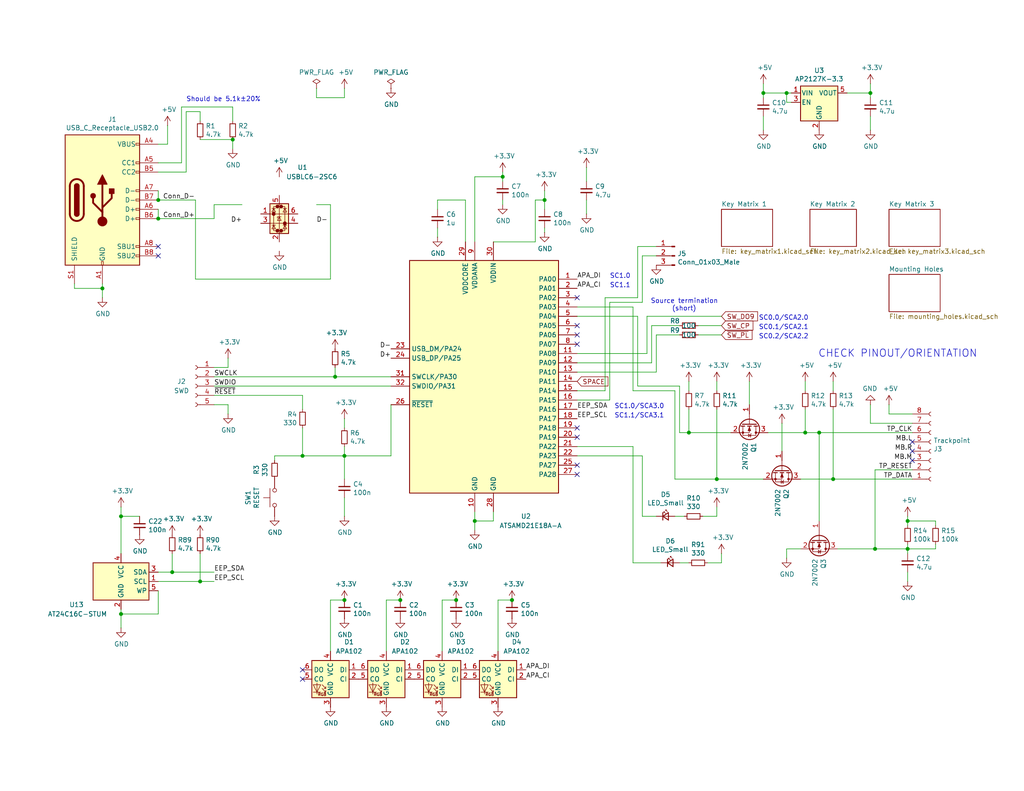
<source format=kicad_sch>
(kicad_sch (version 20250114) (generator "eeschema") (generator_version "9.0")
  (paper "A")
  (title_block (title "67 Keyboard with Trackpoint") (date "2020-06-22") (rev "A") (company "DNBDMR"))
  (lib_symbols
    (symbol "67keys-trackpoint-rescue:APA102-LED_local"
      (property "Reference" "D" (at 5.08 5.715 0))
      (property "Value" "APA102-LED_local" (at 1.27 -5.715 0))
      (symbol "APA102-LED_local_0_0"
        (text "RGB" (at 2.286 -4.191 0) (effects (font (size 0.762 0.762))))
      )
      (symbol "APA102-LED_local_1_1"
        (pin input line (at -7.62 2.54 0) (length 2.54) (name "DI") (number "1"))
        (pin input line (at -7.62 0 0) (length 2.54) (name "CI") (number "2"))
        (pin power_in line (at 0 7.62 270) (length 2.54) (name "VCC") (number "4"))
        (pin power_in line (at 0 -7.62 90) (length 2.54) (name "GND") (number "3"))
        (pin output line (at 7.62 2.54 180) (length 2.54) (name "DO") (number "6"))
        (pin output line (at 7.62 0 180) (length 2.54) (name "CO") (number "5"))
      )
    )
    (symbol "67keys-trackpoint-rescue:ATSAMD21E18A-A-MCU_Microchip_SAMD"
      (property "Reference" "U" (at -19.05 33.02 0))
      (property "Value" "ATSAMD21E18A-A-MCU_Microchip_SAMD" (at 16.51 33.02 0))
      (symbol "ATSAMD21E18A-A-MCU_Microchip_SAMD_1_1"
        (pin bidirectional line (at -25.4 26.67 0) (length 5.08) (name "PA00") (number "1"))
        (pin bidirectional line (at -25.4 24.13 0) (length 5.08) (name "PA01") (number "2"))
        (pin bidirectional line (at -25.4 21.59 0) (length 5.08) (name "PA02") (number "3"))
        (pin bidirectional line (at -25.4 19.05 0) (length 5.08) (name "PA03") (number "4"))
        (pin bidirectional line (at -25.4 16.51 0) (length 5.08) (name "PA04") (number "5"))
        (pin bidirectional line (at -25.4 13.97 0) (length 5.08) (name "PA05") (number "6"))
        (pin bidirectional line (at -25.4 11.43 0) (length 5.08) (name "PA06") (number "7"))
        (pin bidirectional line (at -25.4 8.89 0) (length 5.08) (name "PA07") (number "8"))
        (pin bidirectional line (at -25.4 6.35 0) (length 5.08) (name "PA08") (number "11"))
        (pin bidirectional line (at -25.4 3.81 0) (length 5.08) (name "PA09") (number "12"))
        (pin bidirectional line (at -25.4 1.27 0) (length 5.08) (name "PA10") (number "13"))
        (pin bidirectional line (at -25.4 -1.27 0) (length 5.08) (name "PA11") (number "14"))
        (pin bidirectional line (at -25.4 -3.81 0) (length 5.08) (name "PA14") (number "15"))
        (pin bidirectional line (at -25.4 -6.35 0) (length 5.08) (name "PA15") (number "16"))
        (pin bidirectional line (at -25.4 -8.89 0) (length 5.08) (name "PA16") (number "17"))
        (pin bidirectional line (at -25.4 -11.43 0) (length 5.08) (name "PA17") (number "18"))
        (pin bidirectional line (at -25.4 -13.97 0) (length 5.08) (name "PA18") (number "19"))
        (pin bidirectional line (at -25.4 -16.51 0) (length 5.08) (name "PA19") (number "20"))
        (pin bidirectional line (at -25.4 -19.05 0) (length 5.08) (name "PA22") (number "21"))
        (pin bidirectional line (at -25.4 -21.59 0) (length 5.08) (name "PA23") (number "22"))
        (pin bidirectional line (at -25.4 -24.13 0) (length 5.08) (name "PA27") (number "25"))
        (pin bidirectional line (at -25.4 -26.67 0) (length 5.08) (name "PA28") (number "27"))
        (pin power_in line (at -2.54 36.83 270) (length 5.08) (name "VDDIN") (number "30"))
        (pin passive line (at -2.54 -36.83 90) (length 5.08) (name "GND") (number "28"))
        (pin power_in line (at 2.54 36.83 270) (length 5.08) (name "VDDANA") (number "9"))
        (pin power_in line (at 2.54 -36.83 90) (length 5.08) (name "GND") (number "10"))
        (pin power_out line (at 5.08 36.83 270) (length 5.08) (name "VDDCORE") (number "29"))
        (pin bidirectional line (at 25.4 7.62 180) (length 5.08) (name "USB_DM/PA24") (number "23"))
        (pin bidirectional line (at 25.4 5.08 180) (length 5.08) (name "USB_DP/PA25") (number "24"))
        (pin bidirectional line (at 25.4 0 180) (length 5.08) (name "SWCLK/PA30") (number "31"))
        (pin bidirectional line (at 25.4 -2.54 180) (length 5.08) (name "SWDIO/PA31") (number "32"))
        (pin input line (at 25.4 -7.62 180) (length 5.08) (name "~{RESET}") (number "26"))
      )
    )
    (symbol "Connector:Conn_01x03_Male" (pin_names (offset 1.016) (hide yes))
      (property "Reference" "J" (at 0 5.08 0))
      (property "Value" "Connector_Conn_01x03_Male" (at 0 -5.08 0))
      (symbol "Conn_01x03_Male_1_1"
        (pin passive line (at 5.08 2.54 180) (length 3.81) (name "Pin_1") (number "1"))
        (pin passive line (at 5.08 0 180) (length 3.81) (name "Pin_2") (number "2"))
        (pin passive line (at 5.08 -2.54 180) (length 3.81) (name "Pin_3") (number "3"))
      )
    )
    (symbol "Connector:Conn_01x05_Female" (pin_names (offset 1.016) (hide yes))
      (property "Reference" "J" (at 0 7.62 0))
      (property "Value" "Connector_Conn_01x05_Female" (at 0 -7.62 0))
      (symbol "Conn_01x05_Female_1_1"
        (pin passive line (at -5.08 5.08 0) (length 3.81) (name "Pin_1") (number "1"))
        (pin passive line (at -5.08 2.54 0) (length 3.81) (name "Pin_2") (number "2"))
        (pin passive line (at -5.08 0 0) (length 3.81) (name "Pin_3") (number "3"))
        (pin passive line (at -5.08 -2.54 0) (length 3.81) (name "Pin_4") (number "4"))
        (pin passive line (at -5.08 -5.08 0) (length 3.81) (name "Pin_5") (number "5"))
      )
    )
    (symbol "Connector:Conn_01x08_Female" (pin_names (offset 1.016) (hide yes))
      (property "Reference" "J" (at 0 10.16 0))
      (property "Value" "Connector_Conn_01x08_Female" (at 0 -12.7 0))
      (symbol "Conn_01x08_Female_1_1"
        (pin passive line (at -5.08 7.62 0) (length 3.81) (name "Pin_1") (number "1"))
        (pin passive line (at -5.08 5.08 0) (length 3.81) (name "Pin_2") (number "2"))
        (pin passive line (at -5.08 2.54 0) (length 3.81) (name "Pin_3") (number "3"))
        (pin passive line (at -5.08 0 0) (length 3.81) (name "Pin_4") (number "4"))
        (pin passive line (at -5.08 -2.54 0) (length 3.81) (name "Pin_5") (number "5"))
        (pin passive line (at -5.08 -5.08 0) (length 3.81) (name "Pin_6") (number "6"))
        (pin passive line (at -5.08 -7.62 0) (length 3.81) (name "Pin_7") (number "7"))
        (pin passive line (at -5.08 -10.16 0) (length 3.81) (name "Pin_8") (number "8"))
      )
    )
    (symbol "Connector:USB_C_Receptacle_USB2.0" (pin_names (offset 1.016))
      (property "Reference" "J" (at -10.16 19.05 0))
      (property "Value" "Connector_USB_C_Receptacle_USB2.0" (at 19.05 19.05 0))
      (symbol "USB_C_Receptacle_USB2.0_1_1"
        (pin passive line (at -7.62 -22.86 90) (length 5.08) (name "SHIELD") (number "S1"))
        (pin passive line (at 0 -22.86 90) (length 5.08) (name "GND") (number "A1"))
        (pin passive line (at 0 -22.86 90) (length 5.08) (hide yes) (name "GND") (number "A12"))
        (pin passive line (at 0 -22.86 90) (length 5.08) (hide yes) (name "GND") (number "B1"))
        (pin passive line (at 0 -22.86 90) (length 5.08) (hide yes) (name "GND") (number "B12"))
        (pin passive line (at 15.24 15.24 180) (length 5.08) (name "VBUS") (number "A4"))
        (pin passive line (at 15.24 15.24 180) (length 5.08) (hide yes) (name "VBUS") (number "A9"))
        (pin passive line (at 15.24 15.24 180) (length 5.08) (hide yes) (name "VBUS") (number "B4"))
        (pin passive line (at 15.24 15.24 180) (length 5.08) (hide yes) (name "VBUS") (number "B9"))
        (pin bidirectional line (at 15.24 10.16 180) (length 5.08) (name "CC1") (number "A5"))
        (pin bidirectional line (at 15.24 7.62 180) (length 5.08) (name "CC2") (number "B5"))
        (pin bidirectional line (at 15.24 2.54 180) (length 5.08) (name "D-") (number "A7"))
        (pin bidirectional line (at 15.24 0 180) (length 5.08) (name "D-") (number "B7"))
        (pin bidirectional line (at 15.24 -2.54 180) (length 5.08) (name "D+") (number "A6"))
        (pin bidirectional line (at 15.24 -5.08 180) (length 5.08) (name "D+") (number "B6"))
        (pin bidirectional line (at 15.24 -12.7 180) (length 5.08) (name "SBU1") (number "A8"))
        (pin bidirectional line (at 15.24 -15.24 180) (length 5.08) (name "SBU2") (number "B8"))
      )
    )
    (symbol "Device:C_Small" (pin_numbers (hide yes)) (pin_names (offset 0.254) (hide yes))
      (property "Reference" "C" (at 0.254 1.778 0))
      (property "Value" "C_Small" (at 0.254 -2.032 0))
      (symbol "C_Small_1_1"
        (pin passive line (at 0 2.54 270) (length 2.032) (name "~") (number "1"))
        (pin passive line (at 0 -2.54 90) (length 2.032) (name "~") (number "2"))
      )
    )
    (symbol "Device:LED_Small" (pin_numbers (hide yes)) (pin_names (offset 0.254) (hide yes))
      (property "Reference" "D" (at -1.27 3.175 0))
      (property "Value" "LED_Small" (at -4.445 -2.54 0))
      (symbol "LED_Small_1_1"
        (pin passive line (at -2.54 0 0) (length 1.778) (name "K") (number "1"))
        (pin passive line (at 2.54 0 180) (length 1.778) (name "A") (number "2"))
      )
    )
    (symbol "Device:R_Small" (pin_numbers (hide yes)) (pin_names (offset 0.254) (hide yes))
      (property "Reference" "R" (at 0 0 90))
      (property "Value" "R_Small" (at 1.778 0 90))
      (symbol "R_Small_1_1"
        (pin passive line (at 0 2.54 270) (length 0.762) (name "~") (number "1"))
        (pin passive line (at 0 -2.54 90) (length 0.762) (name "~") (number "2"))
      )
    )
    (symbol "Memory_EEPROM:AT24CS16-STUM"
      (property "Reference" "U" (at -7.62 6.35 0))
      (property "Value" "AT24CS16-STUM" (at 2.54 -6.35 0))
      (symbol "AT24CS16-STUM_1_1"
        (pin power_in line (at 0 7.62 270) (length 2.54) (name "VCC") (number "4"))
        (pin power_in line (at 0 -7.62 90) (length 2.54) (name "GND") (number "2"))
        (pin bidirectional line (at 10.16 2.54 180) (length 2.54) (name "SDA") (number "3"))
        (pin input line (at 10.16 0 180) (length 2.54) (name "SCL") (number "1"))
        (pin input line (at 10.16 -2.54 180) (length 2.54) (name "WP") (number "5"))
      )
    )
    (symbol "Power_Protection:USBLC6-2SC6" (pin_names (hide yes))
      (property "Reference" "U" (at 0.635 5.715 0))
      (property "Value" "USBLC6-2SC6" (at 0.635 3.81 0))
      (symbol "USBLC6-2SC6_1_1"
        (pin passive line (at -5.08 0 0) (length 2.54) (name "I/O1") (number "1"))
        (pin passive line (at -5.08 -2.54 0) (length 2.54) (name "I/O2") (number "3"))
        (pin passive line (at 0 5.08 270) (length 2.54) (name "VBUS") (number "5"))
        (pin passive line (at 0 -7.62 90) (length 2.54) (name "GND") (number "2"))
        (pin passive line (at 5.08 0 180) (length 2.54) (name "I/O1") (number "6"))
        (pin passive line (at 5.08 -2.54 180) (length 2.54) (name "I/O2") (number "4"))
      )
    )
    (symbol "Regulator_Linear:AP2127K-3.3" (pin_names (offset 0.254))
      (property "Reference" "U" (at -5.08 5.715 0))
      (property "Value" "AP2127K-3.3" (at 0 5.715 0))
      (symbol "AP2127K-3.3_1_1"
        (pin power_in line (at -7.62 2.54 0) (length 2.54) (name "VIN") (number "1"))
        (pin input line (at -7.62 0 0) (length 2.54) (name "EN") (number "3"))
        (pin power_in line (at 0 -7.62 90) (length 2.54) (name "GND") (number "2"))
        (pin no_connect line (at 5.08 0 180) (length 2.54) (hide yes) (name "NC") (number "4"))
        (pin power_out line (at 7.62 2.54 180) (length 2.54) (name "VOUT") (number "5"))
      )
    )
    (symbol "Switch:SW_Push" (pin_numbers (hide yes)) (pin_names (offset 1.016) (hide yes))
      (property "Reference" "SW" (at 1.27 2.54 0))
      (property "Value" "SW_Push" (at 0 -1.524 0))
      (symbol "SW_Push_0_1"
        (pin passive line (at -5.08 0 0) (length 2.54) (name "1") (number "1"))
        (pin passive line (at 5.08 0 180) (length 2.54) (name "2") (number "2"))
      )
    )
    (symbol "Transistor_FET:2N7002" (pin_names (hide yes))
      (property "Reference" "Q" (at 5.08 1.905 0))
      (property "Value" "2N7002" (at 5.08 0 0))
      (symbol "2N7002_1_1"
        (pin input line (at -5.08 0 0) (length 2.54) (name "G") (number "1"))
        (pin passive line (at 2.54 5.08 270) (length 2.54) (name "D") (number "3"))
        (pin passive line (at 2.54 -5.08 90) (length 2.54) (name "S") (number "2"))
      )
    )
    (symbol "power:+3.3V" (power) (pin_numbers (hide yes)) (pin_names (offset 0) (hide yes))
      (property "Value" "+3.3V" (at 0 3.556 0))
      (symbol "+3.3V_1_1"
        (pin power_in line (at 0 0 90) (length 0) (name "~") (number "1"))
      )
    )
    (symbol "power:+5V" (power) (pin_numbers (hide yes)) (pin_names (offset 0) (hide yes))
      (property "Value" "+5V" (at 0 3.556 0))
      (symbol "+5V_1_1"
        (pin power_in line (at 0 0 90) (length 0) (name "~") (number "1"))
      )
    )
    (symbol "power:GND" (power) (pin_numbers (hide yes)) (pin_names (offset 0) (hide yes))
      (property "Value" "GND" (at 0 -3.81 0))
      (symbol "GND_1_1"
        (pin power_in line (at 0 0 270) (length 0) (name "~") (number "1"))
      )
    )
    (symbol "power:PWR_FLAG" (power) (pin_numbers (hide yes)) (pin_names (offset 0) (hide yes))
      (property "Value" "PWR_FLAG" (at 0 3.81 0))
      (symbol "PWR_FLAG_0_0"
        (pin power_out line (at 0 0 90) (length 0) (name "~") (number "1"))
      )
    )
  )
  (text "SC1.0/SCA3.0" (at 167.64 111.76 0) (effects (font (size 1.27 1.27)) (justify left bottom)))
  (text "CHECK PINOUT/ORIENTATION" (at 266.7 97.79 0) (effects (font (size 2.0066 2.0066)) (justify right bottom)))
  (text "SC1.0" (at 166.37 76.2 0) (effects (font (size 1.27 1.27)) (justify left bottom)))
  (text "SC1.1" (at 166.37 78.74 0) (effects (font (size 1.27 1.27)) (justify left bottom)))
  (text "SC0.2/SCA2.2" (at 207.01 92.71 0) (effects (font (size 1.27 1.27)) (justify left bottom)))
  (text "SC0.0/SCA2.0" (at 207.01 87.63 0) (effects (font (size 1.27 1.27)) (justify left bottom)))
  (text "SC0.1/SCA2.1" (at 207.01 90.17 0) (effects (font (size 1.27 1.27)) (justify left bottom)))
  (text "SC1.1/SCA3.1" (at 167.64 114.3 0) (effects (font (size 1.27 1.27)) (justify left bottom)))
  (text "Should be 5.1k±20%" (at 50.8 27.94 0) (effects (font (size 1.27 1.27)) (justify left bottom)))
  (text " Source termination\n       (short)" (at 176.53 85.09 0) (effects (font (size 1.27 1.27)) (justify left bottom)))
  (junction (at 214.63 25.4))
  (junction (at 82.55 124.46))
  (junction (at 227.33 130.81))
  (junction (at 247.65 149.86))
  (junction (at 219.71 118.11))
  (junction (at 247.65 142.24))
  (junction (at 238.76 149.86))
  (junction (at 33.02 140.97))
  (junction (at 93.98 163.83))
  (junction (at 33.02 167.64))
  (junction (at 187.96 118.11))
  (junction (at 91.44 102.87))
  (junction (at 148.59 54.61))
  (junction (at 208.28 25.4))
  (junction (at 137.16 48.26))
  (junction (at 43.18 59.69))
  (junction (at 129.54 142.24))
  (junction (at 124.46 163.83))
  (junction (at 223.52 118.11))
  (junction (at 27.94 78.74))
  (junction (at 46.99 156.21))
  (junction (at 54.61 158.75))
  (junction (at 109.22 163.83))
  (junction (at 195.58 130.81))
  (junction (at 63.5 38.1))
  (junction (at 93.98 124.46))
  (junction (at 237.49 25.4))
  (junction (at 139.7 163.83))
  (junction (at 43.18 54.61))
  (no_connect (at 157.48 119.38))
  (no_connect (at 157.48 81.28))
  (no_connect (at 157.48 88.9))
  (no_connect (at 43.18 69.85))
  (no_connect (at 248.92 120.65))
  (no_connect (at 248.92 125.73))
  (no_connect (at 157.48 127))
  (no_connect (at 248.92 123.19))
  (no_connect (at 43.18 67.31))
  (no_connect (at 157.48 116.84))
  (no_connect (at 157.48 91.44))
  (no_connect (at 82.55 185.42))
  (no_connect (at 157.48 93.98))
  (no_connect (at 157.48 129.54))
  (no_connect (at 82.55 182.88))
  (wire (pts (xy 134.62 139.7) (xy 134.62 142.24)))
  (wire (pts (xy 214.63 152.4) (xy 214.63 149.86)))
  (wire (pts (xy 127 54.61) (xy 119.38 54.61)))
  (wire (pts (xy 255.27 148.59) (xy 255.27 149.86)))
  (wire (pts (xy 49.53 29.21) (xy 63.5 29.21)))
  (wire (pts (xy 91.44 102.87) (xy 106.68 102.87)))
  (wire (pts (xy 172.72 83.82) (xy 157.48 83.82)))
  (wire (pts (xy 173.99 86.36) (xy 157.48 86.36)))
  (wire (pts (xy 120.65 177.8) (xy 120.65 163.83)))
  (wire (pts (xy 90.17 177.8) (xy 90.17 163.83)))
  (wire (pts (xy 196.85 88.9) (xy 190.5 88.9)))
  (wire (pts (xy 218.44 130.81) (xy 227.33 130.81)))
  (wire (pts (xy 248.92 115.57) (xy 237.49 115.57)))
  (wire (pts (xy 208.28 130.81) (xy 195.58 130.81)))
  (wire (pts (xy 91.44 100.33) (xy 91.44 102.87)))
  (wire (pts (xy 106.68 110.49) (xy 106.68 124.46)))
  (wire (pts (xy 90.17 55.88) (xy 86.36 55.88)))
  (wire (pts (xy 219.71 104.14) (xy 219.71 106.68)))
  (wire (pts (xy 184.15 130.81) (xy 195.58 130.81)))
  (wire (pts (xy 43.18 158.75) (xy 54.61 158.75)))
  (wire (pts (xy 74.93 124.46) (xy 82.55 124.46)))
  (wire (pts (xy 129.54 48.26) (xy 137.16 48.26)))
  (wire (pts (xy 120.65 163.83) (xy 124.46 163.83)))
  (wire (pts (xy 173.99 67.31) (xy 179.07 67.31)))
  (wire (pts (xy 43.18 44.45) (xy 49.53 44.45)))
  (wire (pts (xy 43.18 59.69) (xy 58.42 59.69)))
  (wire (pts (xy 129.54 66.04) (xy 129.54 48.26)))
  (wire (pts (xy 165.1 106.68) (xy 157.48 106.68)))
  (wire (pts (xy 105.41 177.8) (xy 105.41 163.83)))
  (wire (pts (xy 82.55 107.95) (xy 58.42 107.95)))
  (wire (pts (xy 196.85 91.44) (xy 190.5 91.44)))
  (wire (pts (xy 129.54 139.7) (xy 129.54 142.24)))
  (wire (pts (xy 127 66.04) (xy 127 54.61)))
  (wire (pts (xy 247.65 156.21) (xy 247.65 158.75)))
  (wire (pts (xy 173.99 81.28) (xy 173.99 67.31)))
  (wire (pts (xy 204.47 110.49) (xy 204.47 104.14)))
  (wire (pts (xy 247.65 142.24) (xy 247.65 140.97)))
  (wire (pts (xy 255.27 142.24) (xy 247.65 142.24)))
  (wire (pts (xy 148.59 54.61) (xy 148.59 57.15)))
  (wire (pts (xy 43.18 39.37) (xy 45.72 39.37)))
  (wire (pts (xy 184.15 140.97) (xy 186.69 140.97)))
  (wire (pts (xy 58.42 102.87) (xy 91.44 102.87)))
  (wire (pts (xy 146.05 54.61) (xy 148.59 54.61)))
  (wire (pts (xy 43.18 54.61) (xy 53.34 54.61)))
  (wire (pts (xy 135.89 177.8) (xy 135.89 163.83)))
  (wire (pts (xy 238.76 149.86) (xy 247.65 149.86)))
  (wire (pts (xy 27.94 78.74) (xy 27.94 81.28)))
  (wire (pts (xy 214.63 27.94) (xy 214.63 25.4)))
  (wire (pts (xy 179.07 91.44) (xy 179.07 101.6)))
  (wire (pts (xy 196.85 153.67) (xy 196.85 151.13)))
  (wire (pts (xy 53.34 76.2) (xy 90.17 76.2)))
  (wire (pts (xy 237.49 115.57) (xy 237.49 110.49)))
  (wire (pts (xy 187.96 118.11) (xy 199.39 118.11)))
  (wire (pts (xy 184.15 106.68) (xy 172.72 106.68)))
  (wire (pts (xy 49.53 44.45) (xy 49.53 29.21)))
  (wire (pts (xy 227.33 130.81) (xy 248.92 130.81)))
  (wire (pts (xy 54.61 151.13) (xy 54.61 158.75)))
  (wire (pts (xy 82.55 111.76) (xy 82.55 107.95)))
  (wire (pts (xy 45.72 39.37) (xy 45.72 34.29)))
  (wire (pts (xy 215.9 25.4) (xy 214.63 25.4)))
  (wire (pts (xy 119.38 62.23) (xy 119.38 64.77)))
  (wire (pts (xy 50.8 46.99) (xy 50.8 30.48)))
  (wire (pts (xy 90.17 76.2) (xy 90.17 55.88)))
  (wire (pts (xy 213.36 123.19) (xy 213.36 115.57)))
  (wire (pts (xy 63.5 29.21) (xy 63.5 33.02)))
  (wire (pts (xy 166.37 82.55) (xy 166.37 109.22)))
  (wire (pts (xy 175.26 124.46) (xy 175.26 140.97)))
  (wire (pts (xy 105.41 163.83) (xy 109.22 163.83)))
  (wire (pts (xy 58.42 158.75) (xy 54.61 158.75)))
  (wire (pts (xy 175.26 69.85) (xy 179.07 69.85)))
  (wire (pts (xy 177.8 88.9) (xy 177.8 99.06)))
  (wire (pts (xy 54.61 30.48) (xy 54.61 33.02)))
  (wire (pts (xy 58.42 55.88) (xy 66.04 55.88)))
  (wire (pts (xy 58.42 59.69) (xy 58.42 55.88)))
  (wire (pts (xy 175.26 140.97) (xy 179.07 140.97)))
  (wire (pts (xy 43.18 167.64) (xy 33.02 167.64)))
  (wire (pts (xy 173.99 86.36) (xy 173.99 105.41)))
  (wire (pts (xy 223.52 142.24) (xy 223.52 118.11)))
  (wire (pts (xy 247.65 143.51) (xy 247.65 142.24)))
  (wire (pts (xy 165.1 81.28) (xy 173.99 81.28)))
  (wire (pts (xy 255.27 143.51) (xy 255.27 142.24)))
  (wire (pts (xy 137.16 55.88) (xy 137.16 54.61)))
  (wire (pts (xy 242.57 113.03) (xy 242.57 110.49)))
  (wire (pts (xy 172.72 153.67) (xy 172.72 121.92)))
  (wire (pts (xy 33.02 167.64) (xy 33.02 171.45)))
  (wire (pts (xy 185.42 118.11) (xy 187.96 118.11)))
  (wire (pts (xy 46.99 151.13) (xy 46.99 156.21)))
  (wire (pts (xy 185.42 88.9) (xy 177.8 88.9)))
  (wire (pts (xy 93.98 121.92) (xy 93.98 124.46)))
  (wire (pts (xy 208.28 25.4) (xy 208.28 26.67)))
  (wire (pts (xy 62.23 100.33) (xy 62.23 97.79)))
  (wire (pts (xy 93.98 135.89) (xy 93.98 140.97)))
  (wire (pts (xy 93.98 114.3) (xy 93.98 116.84)))
  (wire (pts (xy 33.02 140.97) (xy 33.02 151.13)))
  (wire (pts (xy 214.63 25.4) (xy 208.28 25.4)))
  (wire (pts (xy 184.15 130.81) (xy 184.15 106.68)))
  (wire (pts (xy 187.96 104.14) (xy 187.96 106.68)))
  (wire (pts (xy 46.99 156.21) (xy 58.42 156.21)))
  (wire (pts (xy 58.42 105.41) (xy 106.68 105.41)))
  (wire (pts (xy 43.18 161.29) (xy 43.18 167.64)))
  (wire (pts (xy 157.48 101.6) (xy 179.07 101.6)))
  (wire (pts (xy 135.89 163.83) (xy 139.7 163.83)))
  (wire (pts (xy 50.8 30.48) (xy 54.61 30.48)))
  (wire (pts (xy 255.27 149.86) (xy 247.65 149.86)))
  (wire (pts (xy 134.62 142.24) (xy 129.54 142.24)))
  (wire (pts (xy 176.53 86.36) (xy 176.53 96.52)))
  (wire (pts (xy 193.04 153.67) (xy 196.85 153.67)))
  (wire (pts (xy 20.32 78.74) (xy 27.94 78.74)))
  (wire (pts (xy 119.38 54.61) (xy 119.38 57.15)))
  (wire (pts (xy 157.48 99.06) (xy 177.8 99.06)))
  (wire (pts (xy 86.36 24.13) (xy 86.36 26.67)))
  (wire (pts (xy 74.93 124.46) (xy 74.93 125.73)))
  (wire (pts (xy 208.28 31.75) (xy 208.28 35.56)))
  (wire (pts (xy 214.63 149.86) (xy 218.44 149.86)))
  (wire (pts (xy 172.72 153.67) (xy 180.34 153.67)))
  (wire (pts (xy 219.71 118.11) (xy 209.55 118.11)))
  (wire (pts (xy 166.37 82.55) (xy 175.26 82.55)))
  (wire (pts (xy 63.5 38.1) (xy 63.5 40.64)))
  (wire (pts (xy 20.32 77.47) (xy 20.32 78.74)))
  (wire (pts (xy 58.42 100.33) (xy 62.23 100.33)))
  (wire (pts (xy 195.58 140.97) (xy 195.58 138.43)))
  (wire (pts (xy 43.18 57.15) (xy 43.18 59.69)))
  (wire (pts (xy 247.65 149.86) (xy 247.65 151.13)))
  (wire (pts (xy 195.58 111.76) (xy 195.58 130.81)))
  (wire (pts (xy 248.92 113.03) (xy 242.57 113.03)))
  (wire (pts (xy 237.49 25.4) (xy 237.49 26.67)))
  (wire (pts (xy 93.98 26.67) (xy 93.98 24.13)))
  (wire (pts (xy 157.48 124.46) (xy 175.26 124.46)))
  (wire (pts (xy 173.99 105.41) (xy 185.42 105.41)))
  (wire (pts (xy 238.76 128.27) (xy 238.76 149.86)))
  (wire (pts (xy 58.42 110.49) (xy 62.23 110.49)))
  (wire (pts (xy 27.94 77.47) (xy 27.94 78.74)))
  (wire (pts (xy 172.72 83.82) (xy 172.72 106.68)))
  (wire (pts (xy 187.96 111.76) (xy 187.96 118.11)))
  (wire (pts (xy 38.1 140.97) (xy 33.02 140.97)))
  (wire (pts (xy 219.71 111.76) (xy 219.71 118.11)))
  (wire (pts (xy 157.48 96.52) (xy 176.53 96.52)))
  (wire (pts (xy 248.92 118.11) (xy 223.52 118.11)))
  (wire (pts (xy 82.55 116.84) (xy 82.55 124.46)))
  (wire (pts (xy 43.18 52.07) (xy 43.18 54.61)))
  (wire (pts (xy 146.05 66.04) (xy 146.05 54.61)))
  (wire (pts (xy 90.17 163.83) (xy 93.98 163.83)))
  (wire (pts (xy 223.52 118.11) (xy 219.71 118.11)))
  (wire (pts (xy 129.54 142.24) (xy 129.54 144.78)))
  (wire (pts (xy 82.55 124.46) (xy 93.98 124.46)))
  (wire (pts (xy 86.36 26.67) (xy 93.98 26.67)))
  (wire (pts (xy 43.18 46.99) (xy 50.8 46.99)))
  (wire (pts (xy 148.59 52.07) (xy 148.59 54.61)))
  (wire (pts (xy 231.14 25.4) (xy 237.49 25.4)))
  (wire (pts (xy 134.62 66.04) (xy 146.05 66.04)))
  (wire (pts (xy 195.58 104.14) (xy 195.58 106.68)))
  (wire (pts (xy 172.72 121.92) (xy 157.48 121.92)))
  (wire (pts (xy 137.16 46.99) (xy 137.16 48.26)))
  (wire (pts (xy 160.02 54.61) (xy 160.02 58.42)))
  (wire (pts (xy 185.42 153.67) (xy 187.96 153.67)))
  (wire (pts (xy 237.49 22.86) (xy 237.49 25.4)))
  (wire (pts (xy 53.34 54.61) (xy 53.34 76.2)))
  (wire (pts (xy 215.9 27.94) (xy 214.63 27.94)))
  (wire (pts (xy 160.02 45.72) (xy 160.02 49.53)))
  (wire (pts (xy 208.28 22.86) (xy 208.28 25.4)))
  (wire (pts (xy 157.48 109.22) (xy 166.37 109.22)))
  (wire (pts (xy 165.1 81.28) (xy 165.1 106.68)))
  (wire (pts (xy 237.49 31.75) (xy 237.49 35.56)))
  (wire (pts (xy 227.33 111.76) (xy 227.33 130.81)))
  (wire (pts (xy 227.33 104.14) (xy 227.33 106.68)))
  (wire (pts (xy 228.6 149.86) (xy 238.76 149.86)))
  (wire (pts (xy 248.92 128.27) (xy 238.76 128.27)))
  (wire (pts (xy 93.98 124.46) (xy 93.98 130.81)))
  (wire (pts (xy 33.02 138.43) (xy 33.02 140.97)))
  (wire (pts (xy 247.65 148.59) (xy 247.65 149.86)))
  (wire (pts (xy 62.23 110.49) (xy 62.23 113.03)))
  (wire (pts (xy 43.18 156.21) (xy 46.99 156.21)))
  (wire (pts (xy 185.42 105.41) (xy 185.42 118.11)))
  (wire (pts (xy 137.16 48.26) (xy 137.16 49.53)))
  (wire (pts (xy 191.77 140.97) (xy 195.58 140.97)))
  (wire (pts (xy 176.53 86.36) (xy 196.85 86.36)))
  (wire (pts (xy 175.26 82.55) (xy 175.26 69.85)))
  (wire (pts (xy 185.42 91.44) (xy 179.07 91.44)))
  (wire (pts (xy 106.68 124.46) (xy 93.98 124.46)))
  (wire (pts (xy 54.61 38.1) (xy 63.5 38.1)))
  (wire (pts (xy 33.02 166.37) (xy 33.02 167.64)))
  (wire (pts (xy 148.59 63.5) (xy 148.59 62.23)))
  (label "TP_DATA" (at 248.92 130.81 180))
  (label "Conn_D-" (at 44.45 54.61 0))
  (label "EEP_SCL" (at 58.42 158.75 0))
  (label "D+" (at 66.04 60.96 180))
  (label "SWDIO" (at 58.42 105.41 0))
  (label "Conn_D+" (at 44.45 59.69 0))
  (label "MB.R" (at 248.92 123.19 180))
  (label "D-" (at 106.68 95.25 180))
  (label "EEP_SCL" (at 157.48 114.3 0))
  (label "MB.L" (at 248.92 120.65 180))
  (label "TP_CLK" (at 248.92 118.11 180))
  (label "EEP_SDA" (at 157.48 111.76 0))
  (label "SWCLK" (at 58.42 102.87 0))
  (label "EEP_SDA" (at 58.42 156.21 0))
  (label "APA_CI" (at 143.51 185.42 0))
  (label "MB.M" (at 248.92 125.73 180))
  (label "APA_DI" (at 143.51 182.88 0))
  (label "~{RESET}" (at 58.42 107.95 0))
  (label "TP_RESET" (at 248.92 128.27 180))
  (label "APA_CI" (at 157.48 78.74 0))
  (label "D+" (at 106.68 97.79 180))
  (label "D-" (at 86.36 60.96 0))
  (label "APA_DI" (at 157.48 76.2 0))
  (global_label "SW_DO9" (shape input) (at 196.85 86.36 0) (property "Intersheetrefs" "${INTERSHEET_REFS}" (effects (hide yes))))
  (global_label "~{SW_PL}" (shape input) (at 196.85 91.44 0) (property "Intersheetrefs" "${INTERSHEET_REFS}" (effects (hide yes))))
  (global_label "SW_CP" (shape input) (at 196.85 88.9 0) (property "Intersheetrefs" "${INTERSHEET_REFS}" (effects (hide yes))))
  (global_label "SPACE" (shape input) (at 157.48 104.14 0) (property "Intersheetrefs" "${INTERSHEET_REFS}" (effects (hide yes))))
  (symbol (lib_id "67keys-trackpoint-rescue:ATSAMD21E18A-A-MCU_Microchip_SAMD") (at 132.08 102.87 0) (mirror y) (unit 1)
    (property "Reference" "U2" (at 143.51 140.97 0))
    (property "Value" "ATSAMD21E18A-A" (at 144.78 143.51 0))
    (property "Footprint" "Package_QFP:TQFP-32_7x7mm_P0.8mm" (effects (hide yes)))
    (property "Datasheet" "http://ww1.microchip.com/downloads/en/DeviceDoc/SAMD21-Family-DataSheet-DS40001882D.pdf" (effects (hide yes)))
  )
  (symbol (lib_id "Regulator_Linear:AP2127K-3.3") (at 223.52 27.94 0) (unit 1)
    (property "Reference" "U3" (at 223.52 19.2532 0))
    (property "Value" "AP2127K-3.3" (at 223.52 21.5646 0))
    (property "Footprint" "Package_TO_SOT_SMD:SOT-23-5" (effects (hide yes)))
    (property "Datasheet" "https://www.diodes.com/assets/Datasheets/AP2127.pdf" (effects (hide yes)))
  )
  (symbol (lib_id "power:+3.3V") (at 237.49 22.86 0) (unit 1)
    (property "Reference" "#PWR045" (effects (hide yes)))
    (property "Value" "+3.3V" (at 237.871 18.4658 0))
  )
  (symbol (lib_id "power:GND") (at 223.52 35.56 0) (unit 1)
    (property "Reference" "#PWR043" (effects (hide yes)))
    (property "Value" "GND" (at 223.647 39.9542 0))
  )
  (symbol (lib_id "Connector:Conn_01x08_Female") (at 254 123.19 0) (mirror x) (unit 1)
    (property "Reference" "J3" (at 254.7112 122.5804 0) (effects (justify left)))
    (property "Value" "Trackpoint" (at 254.7112 120.269 0) (effects (justify left)))
    (property "Footprint" "Connector_FFC-FPC:TE_84952-8_1x08-1MP_P1.0mm_Horizontal" (effects (hide yes)))
  )
  (symbol (lib_id "Switch:SW_Push") (at 74.93 135.89 90) (unit 1)
    (property "Reference" "SW1" (at 67.691 135.89 0))
    (property "Value" "RESET" (at 70.0024 135.89 0))
    (property "Footprint" "Button_Switch_SMD:SW_SPST_TL3305A" (effects (hide yes)))
  )
  (symbol (lib_id "Transistor_FET:2N7002") (at 204.47 115.57 270) (unit 1)
    (property "Reference" "Q1" (at 205.6384 120.8024 0) (effects (justify left)))
    (property "Value" "2N7002" (at 203.327 120.8024 0) (effects (justify left)))
    (property "Footprint" "Package_TO_SOT_SMD:SOT-23" (effects (hide yes)))
    (property "Datasheet" "https://www.fairchildsemi.com/datasheets/2N/2N7002.pdf" (effects (hide yes)))
  )
  (symbol (lib_id "Transistor_FET:2N7002") (at 213.36 128.27 270) (unit 1)
    (property "Reference" "Q2" (at 214.5284 133.5024 0) (effects (justify left)))
    (property "Value" "2N7002" (at 212.217 133.5024 0) (effects (justify left)))
    (property "Footprint" "Package_TO_SOT_SMD:SOT-23" (effects (hide yes)))
    (property "Datasheet" "https://www.fairchildsemi.com/datasheets/2N/2N7002.pdf" (effects (hide yes)))
  )
  (symbol (lib_id "Device:C_Small") (at 93.98 133.35 0) (unit 1)
    (property "Reference" "C4" (at 96.3168 132.1816 0) (effects (justify left)))
    (property "Value" "100n" (at 96.3168 134.493 0) (effects (justify left)))
    (property "Footprint" "Capacitor_SMD:C_0603_1608Metric_Pad1.05x0.95mm_HandSolder" (effects (hide yes)))
  )
  (symbol (lib_id "Device:R_Small") (at 74.93 128.27 0) (unit 1)
    (property "Reference" "R3" (at 69.9516 128.27 90))
    (property "Value" "330" (at 72.263 128.27 90))
    (property "Footprint" "Resistor_SMD:R_0603_1608Metric_Pad1.05x0.95mm_HandSolder" (effects (hide yes)))
  )
  (symbol (lib_id "Device:R_Small") (at 93.98 119.38 180) (unit 1)
    (property "Reference" "R6" (at 95.4786 118.2116 0) (effects (justify right)))
    (property "Value" "4.7k" (at 95.4786 120.523 0) (effects (justify right)))
    (property "Footprint" "Resistor_SMD:R_0603_1608Metric_Pad1.05x0.95mm_HandSolder" (effects (hide yes)))
  )
  (symbol (lib_id "Device:R_Small") (at 91.44 97.79 180) (unit 1)
    (property "Reference" "R5" (at 92.9386 96.6216 0) (effects (justify right)))
    (property "Value" "4.7k" (at 92.9386 98.933 0) (effects (justify right)))
    (property "Footprint" "Resistor_SMD:R_0603_1608Metric_Pad1.05x0.95mm_HandSolder" (effects (hide yes)))
  )
  (symbol (lib_id "power:+3.3V") (at 93.98 114.3 0) (unit 1)
    (property "Reference" "#PWR021" (effects (hide yes)))
    (property "Value" "+3.3V" (at 94.361 109.9058 0))
  )
  (symbol (lib_id "power:+3.3V") (at 91.44 95.25 0) (unit 1)
    (property "Reference" "#PWR017" (effects (hide yes)))
    (property "Value" "+3.3V" (at 91.821 90.8558 0))
  )
  (symbol (lib_id "Connector:Conn_01x05_Female") (at 53.34 105.41 0) (mirror y) (unit 1)
    (property "Reference" "J2" (at 49.53 104.14 0))
    (property "Value" "SWD" (at 49.53 106.68 0))
    (property "Footprint" "Connector_PinHeader_2.54mm:PinHeader_1x05_P2.54mm_Vertical" (effects (hide yes)))
  )
  (symbol (lib_id "power:GND") (at 74.93 140.97 0) (unit 1)
    (property "Reference" "#PWR012" (effects (hide yes)))
    (property "Value" "GND" (at 75.057 145.3642 0))
  )
  (symbol (lib_id "Device:R_Small") (at 82.55 114.3 0) (mirror x) (unit 1)
    (property "Reference" "R4" (at 81.0768 113.1316 0) (effects (justify right)))
    (property "Value" "330" (at 81.0768 115.443 0) (effects (justify right)))
    (property "Footprint" "Resistor_SMD:R_0603_1608Metric_Pad1.05x0.95mm_HandSolder" (effects (hide yes)))
  )
  (symbol (lib_id "power:+3.3V") (at 62.23 97.79 0) (unit 1)
    (property "Reference" "#PWR07" (effects (hide yes)))
    (property "Value" "+3.3V" (at 62.611 93.3958 0))
  )
  (symbol (lib_id "Power_Protection:USBLC6-2SC6") (at 76.2 58.42 0) (unit 1)
    (property "Reference" "U1" (at 82.55 45.72 0))
    (property "Value" "USBLC6-2SC6" (at 85.09 48.26 0))
    (property "Footprint" "Package_TO_SOT_SMD:SOT-23-6" (effects (hide yes)))
    (property "Datasheet" "https://www.st.com/resource/en/datasheet/usblc6-2.pdf" (effects (hide yes)))
  )
  (symbol (lib_id "power:GND") (at 62.23 113.03 0) (unit 1)
    (property "Reference" "#PWR08" (effects (hide yes)))
    (property "Value" "GND" (at 62.357 117.4242 0))
  )
  (symbol (lib_id "Device:C_Small") (at 208.28 29.21 0) (unit 1)
    (property "Reference" "C10" (at 210.6168 28.0416 0) (effects (justify left)))
    (property "Value" "4.7u" (at 210.6168 30.353 0) (effects (justify left)))
    (property "Footprint" "Capacitor_SMD:C_0603_1608Metric_Pad1.05x0.95mm_HandSolder" (effects (hide yes)))
  )
  (symbol (lib_id "Device:C_Small") (at 237.49 29.21 0) (unit 1)
    (property "Reference" "C11" (at 239.8268 28.0416 0) (effects (justify left)))
    (property "Value" "4.7u" (at 239.8268 30.353 0) (effects (justify left)))
    (property "Footprint" "Capacitor_SMD:C_0603_1608Metric_Pad1.05x0.95mm_HandSolder" (effects (hide yes)))
  )
  (symbol (lib_id "Device:C_Small") (at 148.59 59.69 0) (unit 1)
    (property "Reference" "C8" (at 150.9268 58.5216 0) (effects (justify left)))
    (property "Value" "100n" (at 150.9268 60.833 0) (effects (justify left)))
    (property "Footprint" "Capacitor_SMD:C_0603_1608Metric_Pad1.05x0.95mm_HandSolder" (effects (hide yes)))
  )
  (symbol (lib_id "Device:C_Small") (at 124.46 166.37 0) (unit 1)
    (property "Reference" "C3" (at 126.7968 165.2016 0) (effects (justify left)))
    (property "Value" "100n" (at 126.7968 167.513 0) (effects (justify left)))
    (property "Footprint" "Capacitor_SMD:C_0603_1608Metric_Pad1.05x0.95mm_HandSolder" (effects (hide yes)))
  )
  (symbol (lib_id "power:GND") (at 124.46 168.91 0) (unit 1)
    (property "Reference" "#PWR020" (effects (hide yes)))
    (property "Value" "GND" (at 124.587 173.3042 0))
  )
  (symbol (lib_id "Device:C_Small") (at 139.7 166.37 0) (unit 1)
    (property "Reference" "C5" (at 142.0368 165.2016 0) (effects (justify left)))
    (property "Value" "100n" (at 142.0368 167.513 0) (effects (justify left)))
    (property "Footprint" "Capacitor_SMD:C_0603_1608Metric_Pad1.05x0.95mm_HandSolder" (effects (hide yes)))
  )
  (symbol (lib_id "power:GND") (at 139.7 168.91 0) (unit 1)
    (property "Reference" "#PWR025" (effects (hide yes)))
    (property "Value" "GND" (at 139.827 173.3042 0))
  )
  (symbol (lib_id "power:GND") (at 93.98 140.97 0) (unit 1)
    (property "Reference" "#PWR022" (effects (hide yes)))
    (property "Value" "GND" (at 94.107 145.3642 0))
  )
  (symbol (lib_id "power:GND") (at 208.28 35.56 0) (unit 1)
    (property "Reference" "#PWR039" (effects (hide yes)))
    (property "Value" "GND" (at 208.407 39.9542 0))
  )
  (symbol (lib_id "power:GND") (at 237.49 35.56 0) (unit 1)
    (property "Reference" "#PWR046" (effects (hide yes)))
    (property "Value" "GND" (at 237.617 39.9542 0))
  )
  (symbol (lib_id "power:+5V") (at 208.28 22.86 0) (unit 1)
    (property "Reference" "#PWR038" (effects (hide yes)))
    (property "Value" "+5V" (at 208.661 18.4658 0))
  )
  (symbol (lib_id "power:GND") (at 76.2 68.58 0) (unit 1)
    (property "Reference" "#PWR06" (effects (hide yes)))
    (property "Value" "GND" (at 76.327 72.9742 0))
  )
  (symbol (lib_id "power:GND") (at 105.41 193.04 0) (unit 1)
    (property "Reference" "#PWR011" (effects (hide yes)))
    (property "Value" "GND" (at 105.537 197.4342 0))
  )
  (symbol (lib_id "power:GND") (at 90.17 193.04 0) (unit 1)
    (property "Reference" "#PWR04" (effects (hide yes)))
    (property "Value" "GND" (at 90.297 197.4342 0))
  )
  (symbol (lib_id "power:GND") (at 93.98 168.91 0) (unit 1)
    (property "Reference" "#PWR010" (effects (hide yes)))
    (property "Value" "GND" (at 94.107 173.3042 0))
  )
  (symbol (lib_id "power:GND") (at 109.22 168.91 0) (unit 1)
    (property "Reference" "#PWR014" (effects (hide yes)))
    (property "Value" "GND" (at 109.347 173.3042 0))
  )
  (symbol (lib_id "power:+3.3V") (at 93.98 163.83 0) (unit 1)
    (property "Reference" "#PWR09" (effects (hide yes)))
    (property "Value" "+3.3V" (at 94.361 159.4358 0))
  )
  (symbol (lib_id "power:+3.3V") (at 109.22 163.83 0) (unit 1)
    (property "Reference" "#PWR013" (effects (hide yes)))
    (property "Value" "+3.3V" (at 109.601 159.4358 0))
  )
  (symbol (lib_id "67keys-trackpoint-rescue:APA102-LED_local") (at 90.17 185.42 0) (mirror y) (unit 1)
    (property "Reference" "D1" (at 95.25 175.26 0))
    (property "Value" "APA102" (at 95.25 177.8 0))
    (property "Footprint" "LED_SMD:LED_RGB_5050-6" (effects (hide yes)))
    (property "Datasheet" "http://www.led-color.com/upload/201506/APA102%20LED.pdf" (effects (hide yes)))
  )
  (symbol (lib_id "67keys-trackpoint-rescue:APA102-LED_local") (at 105.41 185.42 0) (mirror y) (unit 1)
    (property "Reference" "D2" (at 110.49 175.26 0))
    (property "Value" "APA102" (at 110.49 177.8 0))
    (property "Footprint" "LED_SMD:LED_RGB_5050-6" (effects (hide yes)))
    (property "Datasheet" "http://www.led-color.com/upload/201506/APA102%20LED.pdf" (effects (hide yes)))
  )
  (symbol (lib_id "Device:C_Small") (at 93.98 166.37 0) (unit 1)
    (property "Reference" "C1" (at 96.3168 165.2016 0) (effects (justify left)))
    (property "Value" "100n" (at 96.3168 167.513 0) (effects (justify left)))
    (property "Footprint" "Capacitor_SMD:C_0603_1608Metric_Pad1.05x0.95mm_HandSolder" (effects (hide yes)))
  )
  (symbol (lib_id "Device:C_Small") (at 109.22 166.37 0) (unit 1)
    (property "Reference" "C2" (at 111.5568 165.2016 0) (effects (justify left)))
    (property "Value" "100n" (at 111.5568 167.513 0) (effects (justify left)))
    (property "Footprint" "Capacitor_SMD:C_0603_1608Metric_Pad1.05x0.95mm_HandSolder" (effects (hide yes)))
  )
  (symbol (lib_id "Device:C_Small") (at 119.38 59.69 0) (unit 1)
    (property "Reference" "C6" (at 121.7168 58.5216 0) (effects (justify left)))
    (property "Value" "1u" (at 121.7168 60.833 0) (effects (justify left)))
    (property "Footprint" "Capacitor_SMD:C_0603_1608Metric_Pad1.05x0.95mm_HandSolder" (effects (hide yes)))
  )
  (symbol (lib_id "Device:C_Small") (at 137.16 52.07 0) (unit 1)
    (property "Reference" "C7" (at 139.4968 50.9016 0) (effects (justify left)))
    (property "Value" "100n" (at 139.4968 53.213 0) (effects (justify left)))
    (property "Footprint" "Capacitor_SMD:C_0603_1608Metric_Pad1.05x0.95mm_HandSolder" (effects (hide yes)))
  )
  (symbol (lib_id "power:GND") (at 137.16 55.88 0) (unit 1)
    (property "Reference" "#PWR029" (effects (hide yes)))
    (property "Value" "GND" (at 137.287 60.2742 0))
  )
  (symbol (lib_id "power:GND") (at 148.59 63.5 0) (unit 1)
    (property "Reference" "#PWR031" (effects (hide yes)))
    (property "Value" "GND" (at 148.717 67.8942 0))
  )
  (symbol (lib_id "power:GND") (at 119.38 64.77 0) (unit 1)
    (property "Reference" "#PWR026" (effects (hide yes)))
    (property "Value" "GND" (at 119.507 69.1642 0))
  )
  (symbol (lib_id "Connector:USB_C_Receptacle_USB2.0") (at 27.94 54.61 0) (unit 1)
    (property "Reference" "J1" (at 30.6578 32.5882 0))
    (property "Value" "USB_C_Receptacle_USB2.0" (at 30.6578 34.8996 0))
    (property "Footprint" "Connector_USB:USB_C_Receptacle_GCT_USB4085" (effects (hide yes)))
    (property "Datasheet" "https://www.usb.org/sites/default/files/documents/usb_type-c.zip" (effects (hide yes)))
  )
  (symbol (lib_id "power:+3.3V") (at 137.16 46.99 0) (unit 1)
    (property "Reference" "#PWR028" (effects (hide yes)))
    (property "Value" "+3.3V" (at 137.541 42.5958 0))
  )
  (symbol (lib_id "power:GND") (at 179.07 72.39 0) (unit 1)
    (property "Reference" "#PWR0112" (effects (hide yes)))
    (property "Value" "GND" (at 179.197 76.7842 0))
  )
  (symbol (lib_id "power:+3.3V") (at 148.59 52.07 0) (unit 1)
    (property "Reference" "#PWR030" (effects (hide yes)))
    (property "Value" "+3.3V" (at 148.971 47.6758 0))
  )
  (symbol (lib_id "Device:C_Small") (at 160.02 52.07 0) (unit 1)
    (property "Reference" "C9" (at 162.3568 50.9016 0) (effects (justify left)))
    (property "Value" "4.7u" (at 162.3568 53.213 0) (effects (justify left)))
    (property "Footprint" "Capacitor_SMD:C_0603_1608Metric_Pad1.05x0.95mm_HandSolder" (effects (hide yes)))
  )
  (symbol (lib_id "power:+3.3V") (at 160.02 45.72 0) (unit 1)
    (property "Reference" "#PWR032" (effects (hide yes)))
    (property "Value" "+3.3V" (at 160.401 41.3258 0))
  )
  (symbol (lib_id "power:GND") (at 160.02 58.42 0) (unit 1)
    (property "Reference" "#PWR033" (effects (hide yes)))
    (property "Value" "GND" (at 160.147 62.8142 0))
  )
  (symbol (lib_id "power:GND") (at 129.54 144.78 0) (unit 1)
    (property "Reference" "#PWR027" (effects (hide yes)))
    (property "Value" "GND" (at 129.667 149.1742 0))
  )
  (symbol (lib_id "Connector:Conn_01x03_Male") (at 184.15 69.85 0) (mirror y) (unit 1)
    (property "Reference" "J5" (at 184.8612 69.2404 0) (effects (justify right)))
    (property "Value" "Conn_01x03_Male" (at 184.8612 71.5518 0) (effects (justify right)))
    (property "Footprint" "Connector_PinHeader_2.54mm:PinHeader_1x03_P2.54mm_Vertical" (effects (hide yes)))
  )
  (symbol (lib_id "Device:R_Small") (at 54.61 35.56 180) (unit 1)
    (property "Reference" "R1" (at 56.1086 34.3916 0) (effects (justify right)))
    (property "Value" "4.7k" (at 56.1086 36.703 0) (effects (justify right)))
    (property "Footprint" "Resistor_SMD:R_0603_1608Metric_Pad1.05x0.95mm_HandSolder" (effects (hide yes)))
  )
  (symbol (lib_id "Device:R_Small") (at 63.5 35.56 180) (unit 1)
    (property "Reference" "R2" (at 64.9986 34.3916 0) (effects (justify right)))
    (property "Value" "4.7k" (at 64.9986 36.703 0) (effects (justify right)))
    (property "Footprint" "Resistor_SMD:R_0603_1608Metric_Pad1.05x0.95mm_HandSolder" (effects (hide yes)))
  )
  (symbol (lib_id "power:GND") (at 63.5 40.64 0) (unit 1)
    (property "Reference" "#PWR03" (effects (hide yes)))
    (property "Value" "GND" (at 63.627 45.0342 0))
  )
  (symbol (lib_id "67keys-trackpoint-rescue:APA102-LED_local") (at 120.65 185.42 0) (mirror y) (unit 1)
    (property "Reference" "D3" (at 125.73 175.26 0))
    (property "Value" "APA102" (at 125.73 177.8 0))
    (property "Footprint" "LED_SMD:LED_RGB_5050-6" (effects (hide yes)))
    (property "Datasheet" "http://www.led-color.com/upload/201506/APA102%20LED.pdf" (effects (hide yes)))
  )
  (symbol (lib_id "power:+5V") (at 242.57 110.49 0) (unit 1)
    (property "Reference" "#PWR048" (effects (hide yes)))
    (property "Value" "+5V" (at 242.951 106.0958 0))
  )
  (symbol (lib_id "power:GND") (at 237.49 110.49 180) (unit 1)
    (property "Reference" "#PWR047" (effects (hide yes)))
    (property "Value" "GND" (at 237.363 106.0958 0))
  )
  (symbol (lib_id "67keys-trackpoint-rescue:APA102-LED_local") (at 135.89 185.42 0) (mirror y) (unit 1)
    (property "Reference" "D4" (at 140.97 175.26 0))
    (property "Value" "APA102" (at 140.97 177.8 0))
    (property "Footprint" "LED_SMD:LED_RGB_5050-6" (effects (hide yes)))
    (property "Datasheet" "http://www.led-color.com/upload/201506/APA102%20LED.pdf" (effects (hide yes)))
  )
  (symbol (lib_id "power:GND") (at 27.94 81.28 0) (unit 1)
    (property "Reference" "#PWR01" (effects (hide yes)))
    (property "Value" "GND" (at 28.067 85.6742 0))
  )
  (symbol (lib_id "power:GND") (at 135.89 193.04 0) (unit 1)
    (property "Reference" "#PWR023" (effects (hide yes)))
    (property "Value" "GND" (at 136.017 197.4342 0))
  )
  (symbol (lib_id "power:GND") (at 120.65 193.04 0) (unit 1)
    (property "Reference" "#PWR016" (effects (hide yes)))
    (property "Value" "GND" (at 120.777 197.4342 0))
  )
  (symbol (lib_id "Device:R_Small") (at 195.58 109.22 0) (unit 1)
    (property "Reference" "R11" (at 197.0786 108.0516 0) (effects (justify left)))
    (property "Value" "4.7k" (at 197.0786 110.363 0) (effects (justify left)))
    (property "Footprint" "Resistor_SMD:R_0603_1608Metric_Pad1.05x0.95mm_HandSolder" (effects (hide yes)))
  )
  (symbol (lib_id "Device:R_Small") (at 187.96 109.22 0) (unit 1)
    (property "Reference" "R7" (at 189.4586 108.0516 0) (effects (justify left)))
    (property "Value" "4.7k" (at 189.4586 110.363 0) (effects (justify left)))
    (property "Footprint" "Resistor_SMD:R_0603_1608Metric_Pad1.05x0.95mm_HandSolder" (effects (hide yes)))
  )
  (symbol (lib_id "Device:R_Small") (at 219.71 109.22 0) (unit 1)
    (property "Reference" "R12" (at 221.2086 108.0516 0) (effects (justify left)))
    (property "Value" "4.7k" (at 221.2086 110.363 0) (effects (justify left)))
    (property "Footprint" "Resistor_SMD:R_0603_1608Metric_Pad1.05x0.95mm_HandSolder" (effects (hide yes)))
  )
  (symbol (lib_id "Device:R_Small") (at 227.33 109.22 0) (unit 1)
    (property "Reference" "R13" (at 228.8286 108.0516 0) (effects (justify left)))
    (property "Value" "4.7k" (at 228.8286 110.363 0) (effects (justify left)))
    (property "Footprint" "Resistor_SMD:R_0603_1608Metric_Pad1.05x0.95mm_HandSolder" (effects (hide yes)))
  )
  (symbol (lib_id "power:+3.3V") (at 124.46 163.83 0) (unit 1)
    (property "Reference" "#PWR019" (effects (hide yes)))
    (property "Value" "+3.3V" (at 124.841 159.4358 0))
  )
  (symbol (lib_id "power:+5V") (at 76.2 48.26 0) (unit 1)
    (property "Reference" "#PWR05" (effects (hide yes)))
    (property "Value" "+5V" (at 76.581 43.8658 0))
  )
  (symbol (lib_id "power:+5V") (at 227.33 104.14 0) (unit 1)
    (property "Reference" "#PWR044" (effects (hide yes)))
    (property "Value" "+5V" (at 227.711 99.7458 0))
  )
  (symbol (lib_id "power:+5V") (at 219.71 104.14 0) (unit 1)
    (property "Reference" "#PWR042" (effects (hide yes)))
    (property "Value" "+5V" (at 220.091 99.7458 0))
  )
  (symbol (lib_id "power:+3.3V") (at 195.58 104.14 0) (unit 1)
    (property "Reference" "#PWR035" (effects (hide yes)))
    (property "Value" "+3.3V" (at 195.961 99.7458 0))
  )
  (symbol (lib_id "power:+3.3V") (at 187.96 104.14 0) (unit 1)
    (property "Reference" "#PWR034" (effects (hide yes)))
    (property "Value" "+3.3V" (at 188.341 99.7458 0))
  )
  (symbol (lib_id "power:+3.3V") (at 204.47 104.14 0) (unit 1)
    (property "Reference" "#PWR037" (effects (hide yes)))
    (property "Value" "+3.3V" (at 204.851 99.7458 0))
  )
  (symbol (lib_id "power:+3.3V") (at 213.36 115.57 0) (unit 1)
    (property "Reference" "#PWR040" (effects (hide yes)))
    (property "Value" "+3.3V" (at 213.741 111.1758 0))
  )
  (symbol (lib_id "power:+3.3V") (at 139.7 163.83 0) (unit 1)
    (property "Reference" "#PWR024" (effects (hide yes)))
    (property "Value" "+3.3V" (at 140.081 159.4358 0))
  )
  (symbol (lib_id "Device:R_Small") (at 255.27 146.05 0) (unit 1)
    (property "Reference" "R15" (at 256.7686 144.8816 0) (effects (justify left)))
    (property "Value" "100k" (at 256.7686 147.193 0) (effects (justify left)))
    (property "Footprint" "Resistor_SMD:R_0603_1608Metric_Pad1.05x0.95mm_HandSolder" (effects (hide yes)))
  )
  (symbol (lib_id "Device:R_Small") (at 247.65 146.05 0) (unit 1)
    (property "Reference" "R14" (at 249.1486 144.8816 0) (effects (justify left)))
    (property "Value" "100k" (at 249.1486 147.193 0) (effects (justify left)))
    (property "Footprint" "Resistor_SMD:R_0603_1608Metric_Pad1.05x0.95mm_HandSolder" (effects (hide yes)))
  )
  (symbol (lib_id "power:GND") (at 247.65 158.75 0) (unit 1)
    (property "Reference" "#PWR050" (effects (hide yes)))
    (property "Value" "GND" (at 247.777 163.1442 0))
  )
  (symbol (lib_id "Device:C_Small") (at 247.65 153.67 0) (unit 1)
    (property "Reference" "C12" (at 249.9868 152.5016 0) (effects (justify left)))
    (property "Value" "4.7u" (at 249.9868 154.813 0) (effects (justify left)))
    (property "Footprint" "Capacitor_SMD:C_0603_1608Metric_Pad1.05x0.95mm_HandSolder" (effects (hide yes)))
  )
  (symbol (lib_id "power:+5V") (at 247.65 140.97 0) (unit 1)
    (property "Reference" "#PWR049" (effects (hide yes)))
    (property "Value" "+5V" (at 248.031 136.5758 0))
  )
  (symbol (lib_id "power:+3.3V") (at 33.02 138.43 0) (unit 1)
    (property "Reference" "#PWR0105" (effects (hide yes)))
    (property "Value" "+3.3V" (at 33.401 134.0358 0))
  )
  (symbol (lib_id "Device:C_Small") (at 38.1 143.51 0) (unit 1)
    (property "Reference" "C22" (at 40.4368 142.3416 0) (effects (justify left)))
    (property "Value" "100n" (at 40.4368 144.653 0) (effects (justify left)))
    (property "Footprint" "Capacitor_SMD:C_0603_1608Metric_Pad1.05x0.95mm_HandSolder" (effects (hide yes)))
  )
  (symbol (lib_id "power:GND") (at 38.1 146.05 0) (unit 1)
    (property "Reference" "#PWR0107" (effects (hide yes)))
    (property "Value" "GND" (at 38.227 150.4442 0))
  )
  (symbol (lib_id "power:GND") (at 33.02 171.45 0) (unit 1)
    (property "Reference" "#PWR0106" (effects (hide yes)))
    (property "Value" "GND" (at 33.147 175.8442 0))
  )
  (symbol (lib_id "power:+3.3V") (at 196.85 151.13 0) (unit 1)
    (property "Reference" "#PWR0110" (effects (hide yes)))
    (property "Value" "+3.3V" (at 197.231 146.7358 0))
  )
  (symbol (lib_id "Device:LED_Small") (at 182.88 153.67 0) (unit 1)
    (property "Reference" "D6" (at 182.88 147.701 0))
    (property "Value" "LED_Small" (at 182.88 150.0124 0))
    (property "Footprint" "LED_SMD:LED_0805_2012Metric_Pad1.15x1.40mm_HandSolder" (effects (hide yes)))
  )
  (symbol (lib_id "Device:R_Small") (at 190.5 153.67 270) (unit 1)
    (property "Reference" "R91" (at 190.5 148.6916 90))
    (property "Value" "330" (at 190.5 151.003 90))
    (property "Footprint" "Resistor_SMD:R_0603_1608Metric_Pad1.05x0.95mm_HandSolder" (effects (hide yes)))
  )
  (symbol (lib_id "power:+5V") (at 45.72 34.29 0) (unit 1)
    (property "Reference" "#PWR02" (effects (hide yes)))
    (property "Value" "+5V" (at 46.101 29.8958 0))
  )
  (symbol (lib_id "Device:R_Small") (at 46.99 148.59 0) (unit 1)
    (property "Reference" "R89" (at 48.4886 147.4216 0) (effects (justify left)))
    (property "Value" "4.7k" (at 48.4886 149.733 0) (effects (justify left)))
    (property "Footprint" "Resistor_SMD:R_0603_1608Metric_Pad1.05x0.95mm_HandSolder" (effects (hide yes)))
  )
  (symbol (lib_id "Device:R_Small") (at 54.61 148.59 0) (unit 1)
    (property "Reference" "R90" (at 56.1086 147.4216 0) (effects (justify left)))
    (property "Value" "4.7k" (at 56.1086 149.733 0) (effects (justify left)))
    (property "Footprint" "Resistor_SMD:R_0603_1608Metric_Pad1.05x0.95mm_HandSolder" (effects (hide yes)))
  )
  (symbol (lib_id "power:PWR_FLAG") (at 86.36 24.13 0) (unit 1)
    (property "Reference" "#FLG01" (effects (hide yes)))
    (property "Value" "PWR_FLAG" (at 86.36 19.7358 0))
  )
  (symbol (lib_id "power:PWR_FLAG") (at 106.68 24.13 0) (unit 1)
    (property "Reference" "#FLG02" (effects (hide yes)))
    (property "Value" "PWR_FLAG" (at 106.68 19.7358 0))
  )
  (symbol (lib_id "power:+5V") (at 93.98 24.13 0) (unit 1)
    (property "Reference" "#PWR015" (effects (hide yes)))
    (property "Value" "+5V" (at 94.361 19.7358 0))
  )
  (symbol (lib_id "power:GND") (at 106.68 24.13 0) (unit 1)
    (property "Reference" "#PWR018" (effects (hide yes)))
    (property "Value" "GND" (at 106.807 28.5242 0))
  )
  (symbol (lib_id "power:+3.3V") (at 46.99 146.05 0) (unit 1)
    (property "Reference" "#PWR0108" (effects (hide yes)))
    (property "Value" "+3.3V" (at 47.371 141.6558 0))
  )
  (symbol (lib_id "power:+3.3V") (at 54.61 146.05 0) (unit 1)
    (property "Reference" "#PWR0109" (effects (hide yes)))
    (property "Value" "+3.3V" (at 54.991 141.6558 0))
  )
  (symbol (lib_id "Device:R_Small") (at 187.96 88.9 270) (unit 1)
    (property "Reference" "R8" (at 184.15 87.63 90))
    (property "Value" "100" (at 187.96 88.9 90))
    (property "Footprint" "Resistor_SMD:R_0603_1608Metric_Pad1.05x0.95mm_HandSolder" (effects (hide yes)))
  )
  (symbol (lib_id "Device:R_Small") (at 187.96 91.44 270) (unit 1)
    (property "Reference" "R9" (at 184.15 90.17 90))
    (property "Value" "100" (at 187.96 91.44 90))
    (property "Footprint" "Resistor_SMD:R_0603_1608Metric_Pad1.05x0.95mm_HandSolder" (effects (hide yes)))
  )
  (symbol (lib_id "Device:LED_Small") (at 181.61 140.97 0) (unit 1)
    (property "Reference" "D5" (at 181.61 135.001 0))
    (property "Value" "LED_Small" (at 181.61 137.3124 0))
    (property "Footprint" "LED_SMD:LED_0805_2012Metric_Pad1.15x1.40mm_HandSolder" (effects (hide yes)))
  )
  (symbol (lib_id "Device:R_Small") (at 189.23 140.97 270) (unit 1)
    (property "Reference" "R10" (at 189.23 135.9916 90))
    (property "Value" "330" (at 189.23 138.303 90))
    (property "Footprint" "Resistor_SMD:R_0603_1608Metric_Pad1.05x0.95mm_HandSolder" (effects (hide yes)))
  )
  (symbol (lib_id "power:+3.3V") (at 195.58 138.43 0) (unit 1)
    (property "Reference" "#PWR036" (effects (hide yes)))
    (property "Value" "+3.3V" (at 195.961 134.0358 0))
  )
  (symbol (lib_id "Memory_EEPROM:AT24CS16-STUM") (at 33.02 158.75 0) (unit 1)
    (property "Reference" "U13" (at 22.86 165.1 0) (effects (justify right)))
    (property "Value" "AT24C16C-STUM" (at 29.21 167.64 0) (effects (justify right)))
    (property "Footprint" "Package_TO_SOT_SMD:SOT-23-5" (effects (hide yes)))
    (property "Datasheet" "http://ww1.microchip.com/downloads/en/DeviceDoc/Atmel-8859-SEEPROM-AT24CS16-Datasheet.pdf" (effects (hide yes)))
  )
  (symbol (lib_id "Transistor_FET:2N7002") (at 223.52 147.32 270) (unit 1)
    (property "Reference" "Q3" (at 224.6884 152.5524 0) (effects (justify left)))
    (property "Value" "2N7002" (at 222.377 152.5524 0) (effects (justify left)))
    (property "Footprint" "Package_TO_SOT_SMD:SOT-23" (effects (hide yes)))
    (property "Datasheet" "https://www.fairchildsemi.com/datasheets/2N/2N7002.pdf" (effects (hide yes)))
  )
  (symbol (lib_id "power:GND") (at 214.63 152.4 0) (unit 1)
    (property "Reference" "#PWR041" (effects (hide yes)))
    (property "Value" "GND" (at 214.757 156.7942 0))
  )
  (sheet (at 242.57 74.93) (size 13.97 10.16)
    (property "Sheetname" "Mounting Holes" (at 242.57 74.2184 0) (effects (justify left bottom)))
    (property "Sheetfile" "mounting_holes.kicad_sch" (at 242.57 85.6746 0) (effects (justify left top)))
  )
  (sheet (at 196.85 57.15) (size 13.97 10.16)
    (property "Sheetname" "Key Matrix 1" (at 196.85 56.4384 0) (effects (justify left bottom)))
    (property "Sheetfile" "key_matrix1.kicad_sch" (at 196.85 67.8946 0) (effects (justify left top)))
  )
  (sheet (at 220.98 57.15) (size 12.7 10.16)
    (property "Sheetname" "Key Matrix 2" (at 220.98 56.4384 0) (effects (justify left bottom)))
    (property "Sheetfile" "key_matrix2.kicad_sch" (at 220.98 67.8946 0) (effects (justify left top)))
  )
  (sheet (at 242.57 57.15) (size 13.97 10.16)
    (property "Sheetname" "Key Matrix 3" (at 242.57 56.4384 0) (effects (justify left bottom)))
    (property "Sheetfile" "key_matrix3.kicad_sch" (at 242.57 67.8946 0) (effects (justify left top)))
  )
)
</source>
